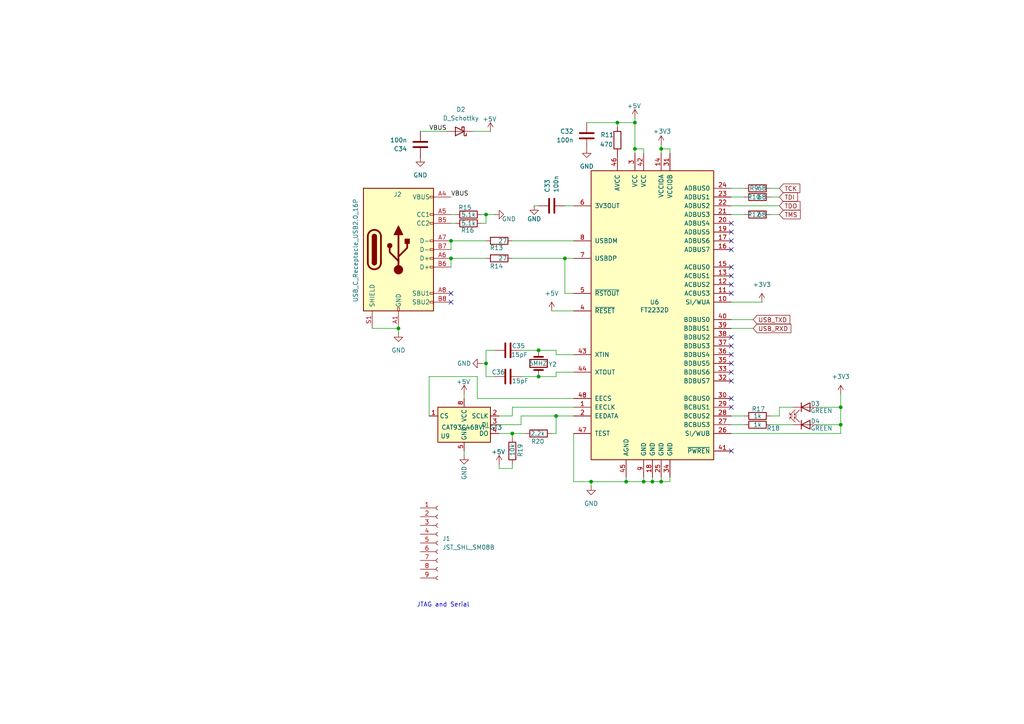
<source format=kicad_sch>
(kicad_sch (version 20250114) (generator "eeschema") (generator_version "9.0")
  (paper "A4")
  (lib_symbols
    (symbol "Connector:Conn_01x09_Socket" (pin_names (offset 1.016) (hide yes))
      (property "Reference" "J" (at 0 12.7 0))
      (property "Value" "Conn_01x09_Socket" (at 0 -12.7 0))
      (symbol "Conn_01x09_Socket_1_1"
        (polyline (pts (xy -1.27 10.16) (xy -0.508 10.16)) (stroke (width 0.1524)))
        (polyline (pts (xy -1.27 7.62) (xy -0.508 7.62)) (stroke (width 0.1524)))
        (polyline (pts (xy -1.27 5.08) (xy -0.508 5.08)) (stroke (width 0.1524)))
        (polyline (pts (xy -1.27 2.54) (xy -0.508 2.54)) (stroke (width 0.1524)))
        (polyline (pts (xy -1.27 0) (xy -0.508 0)) (stroke (width 0.1524)))
        (polyline (pts (xy -1.27 -2.54) (xy -0.508 -2.54)) (stroke (width 0.1524)))
        (polyline (pts (xy -1.27 -5.08) (xy -0.508 -5.08)) (stroke (width 0.1524)))
        (polyline (pts (xy -1.27 -7.62) (xy -0.508 -7.62)) (stroke (width 0.1524)))
        (polyline (pts (xy -1.27 -10.16) (xy -0.508 -10.16)) (stroke (width 0.1524)))
        (arc (start 0 9.652) (mid -0.5058 10.16) (end 0 10.668) (stroke (width 0.1524)))
        (arc (start 0 7.112) (mid -0.5058 7.62) (end 0 8.128) (stroke (width 0.1524)))
        (arc (start 0 4.572) (mid -0.5058 5.08) (end 0 5.588) (stroke (width 0.1524)))
        (arc (start 0 2.032) (mid -0.5058 2.54) (end 0 3.048) (stroke (width 0.1524)))
        (arc (start 0 -0.508) (mid -0.5058 0) (end 0 0.508) (stroke (width 0.1524)))
        (arc (start 0 -3.048) (mid -0.5058 -2.54) (end 0 -2.032) (stroke (width 0.1524)))
        (arc (start 0 -5.588) (mid -0.5058 -5.08) (end 0 -4.572) (stroke (width 0.1524)))
        (arc (start 0 -8.128) (mid -0.5058 -7.62) (end 0 -7.112) (stroke (width 0.1524)))
        (arc (start 0 -10.668) (mid -0.5058 -10.16) (end 0 -9.652) (stroke (width 0.1524)))
        (pin passive line (at -5.08 10.16 0) (length 3.81) (name "Pin_1") (number "1"))
        (pin passive line (at -5.08 7.62 0) (length 3.81) (name "Pin_2") (number "2"))
        (pin passive line (at -5.08 5.08 0) (length 3.81) (name "Pin_3") (number "3"))
        (pin passive line (at -5.08 2.54 0) (length 3.81) (name "Pin_4") (number "4"))
        (pin passive line (at -5.08 0 0) (length 3.81) (name "Pin_5") (number "5"))
        (pin passive line (at -5.08 -2.54 0) (length 3.81) (name "Pin_6") (number "6"))
        (pin passive line (at -5.08 -5.08 0) (length 3.81) (name "Pin_7") (number "7"))
        (pin passive line (at -5.08 -7.62 0) (length 3.81) (name "Pin_8") (number "8"))
        (pin passive line (at -5.08 -10.16 0) (length 3.81) (name "Pin_9") (number "9"))
      )
    )
    (symbol "Connector:USB_C_Receptacle_USB2.0_16P" (pin_names (offset 1.016))
      (property "Reference" "J" (at 0 22.225 0))
      (property "Value" "USB_C_Receptacle_USB2.0_16P" (at 0 19.685 0))
      (symbol "USB_C_Receptacle_USB2.0_16P_0_0"
        (rectangle (start -0.254 -17.78) (end 0.254 -16.764))
        (rectangle (start 10.16 15.494) (end 9.144 14.986))
        (rectangle (start 10.16 10.414) (end 9.144 9.906))
        (rectangle (start 10.16 7.874) (end 9.144 7.366))
        (rectangle (start 10.16 2.794) (end 9.144 2.286))
        (rectangle (start 10.16 0.254) (end 9.144 -0.254))
        (rectangle (start 10.16 -2.286) (end 9.144 -2.794))
        (rectangle (start 10.16 -4.826) (end 9.144 -5.334))
        (rectangle (start 10.16 -12.446) (end 9.144 -12.954))
        (rectangle (start 10.16 -14.986) (end 9.144 -15.494))
      )
      (symbol "USB_C_Receptacle_USB2.0_16P_0_1"
        (rectangle (start -10.16 17.78) (end 10.16 -17.78) (stroke (width 0.254)) (fill (type background)))
        (polyline (pts (xy -8.89 -3.81) (xy -8.89 3.81)) (stroke (width 0.508)))
        (rectangle (start -7.62 -3.81) (end -6.35 3.81) (stroke (width 0.254)) (fill (type outline)))
        (arc (start -7.62 3.81) (mid -6.985 4.4423) (end -6.35 3.81) (stroke (width 0.254)))
        (arc (start -7.62 3.81) (mid -6.985 4.4423) (end -6.35 3.81) (stroke (width 0.254)) (fill (type outline)))
        (arc (start -8.89 3.81) (mid -6.985 5.7067) (end -5.08 3.81) (stroke (width 0.508)))
        (arc (start -5.08 -3.81) (mid -6.985 -5.7067) (end -8.89 -3.81) (stroke (width 0.508)))
        (arc (start -6.35 -3.81) (mid -6.985 -4.4423) (end -7.62 -3.81) (stroke (width 0.254)))
        (arc (start -6.35 -3.81) (mid -6.985 -4.4423) (end -7.62 -3.81) (stroke (width 0.254)) (fill (type outline)))
        (polyline (pts (xy -5.08 3.81) (xy -5.08 -3.81)) (stroke (width 0.508)))
        (circle (center -2.54 1.143) (radius 0.635) (stroke (width 0.254)) (fill (type outline)))
        (polyline (pts (xy -1.27 4.318) (xy 0 6.858) (xy 1.27 4.318) (xy -1.27 4.318)) (stroke (width 0.254)) (fill (type outline)))
        (polyline (pts (xy 0 -2.032) (xy 2.54 0.508) (xy 2.54 1.778)) (stroke (width 0.508)))
        (polyline (pts (xy 0 -3.302) (xy -2.54 -0.762) (xy -2.54 0.508)) (stroke (width 0.508)))
        (polyline (pts (xy 0 -5.842) (xy 0 4.318)) (stroke (width 0.508)))
        (circle (center 0 -5.842) (radius 1.27) (fill (type outline)))
        (rectangle (start 1.905 1.778) (end 3.175 3.048) (stroke (width 0.254)) (fill (type outline)))
      )
      (symbol "USB_C_Receptacle_USB2.0_16P_1_1"
        (pin passive line (at -7.62 -22.86 90) (length 5.08) (name "SHIELD") (number "S1"))
        (pin passive line (at 0 -22.86 90) (length 5.08) (name "GND") (number "A1"))
        (pin passive line (at 0 -22.86 90) (length 5.08) (hide yes) (name "GND") (number "A12"))
        (pin passive line (at 0 -22.86 90) (length 5.08) (hide yes) (name "GND") (number "B1"))
        (pin passive line (at 0 -22.86 90) (length 5.08) (hide yes) (name "GND") (number "B12"))
        (pin passive line (at 15.24 15.24 180) (length 5.08) (name "VBUS") (number "A4"))
        (pin passive line (at 15.24 15.24 180) (length 5.08) (hide yes) (name "VBUS") (number "A9"))
        (pin passive line (at 15.24 15.24 180) (length 5.08) (hide yes) (name "VBUS") (number "B4"))
        (pin passive line (at 15.24 15.24 180) (length 5.08) (hide yes) (name "VBUS") (number "B9"))
        (pin bidirectional line (at 15.24 10.16 180) (length 5.08) (name "CC1") (number "A5"))
        (pin bidirectional line (at 15.24 7.62 180) (length 5.08) (name "CC2") (number "B5"))
        (pin bidirectional line (at 15.24 2.54 180) (length 5.08) (name "D-") (number "A7"))
        (pin bidirectional line (at 15.24 0 180) (length 5.08) (name "D-") (number "B7"))
        (pin bidirectional line (at 15.24 -2.54 180) (length 5.08) (name "D+") (number "A6"))
        (pin bidirectional line (at 15.24 -5.08 180) (length 5.08) (name "D+") (number "B6"))
        (pin bidirectional line (at 15.24 -12.7 180) (length 5.08) (name "SBU1") (number "A8"))
        (pin bidirectional line (at 15.24 -15.24 180) (length 5.08) (name "SBU2") (number "B8"))
      )
    )
    (symbol "Device:C" (pin_numbers (hide yes)) (pin_names (offset 0.254))
      (property "Reference" "C" (at 0.635 2.54 0))
      (property "Value" "C" (at 0.635 -2.54 0))
      (symbol "C_0_1"
        (polyline (pts (xy -2.032 0.762) (xy 2.032 0.762)) (stroke (width 0.508)))
        (polyline (pts (xy -2.032 -0.762) (xy 2.032 -0.762)) (stroke (width 0.508)))
      )
      (symbol "C_1_1"
        (pin passive line (at 0 3.81 270) (length 2.794) (name "~") (number "1"))
        (pin passive line (at 0 -3.81 90) (length 2.794) (name "~") (number "2"))
      )
    )
    (symbol "Device:Crystal" (pin_numbers (hide yes)) (pin_names (offset 1.016) (hide yes))
      (property "Reference" "Y" (at 0 3.81 0))
      (property "Value" "Crystal" (at 0 -3.81 0))
      (symbol "Crystal_0_1"
        (polyline (pts (xy -2.54 0) (xy -1.905 0)))
        (polyline (pts (xy -1.905 -1.27) (xy -1.905 1.27)) (stroke (width 0.508)))
        (rectangle (start -1.143 2.54) (end 1.143 -2.54) (stroke (width 0.3048)))
        (polyline (pts (xy 1.905 -1.27) (xy 1.905 1.27)) (stroke (width 0.508)))
        (polyline (pts (xy 2.54 0) (xy 1.905 0)))
      )
      (symbol "Crystal_1_1"
        (pin passive line (at -3.81 0 0) (length 1.27) (name "1") (number "1"))
        (pin passive line (at 3.81 0 180) (length 1.27) (name "2") (number "2"))
      )
    )
    (symbol "Device:D_Schottky" (pin_numbers (hide yes)) (pin_names (offset 1.016) (hide yes))
      (property "Reference" "D" (at 0 2.54 0))
      (property "Value" "D_Schottky" (at 0 -2.54 0))
      (symbol "D_Schottky_0_1"
        (polyline (pts (xy -1.905 0.635) (xy -1.905 1.27) (xy -1.27 1.27) (xy -1.27 -1.27) (xy -0.635 -1.27) (xy -0.635 -0.635)) (stroke (width 0.254)))
        (polyline (pts (xy 1.27 1.27) (xy 1.27 -1.27) (xy -1.27 0) (xy 1.27 1.27)) (stroke (width 0.254)))
        (polyline (pts (xy 1.27 0) (xy -1.27 0)))
      )
      (symbol "D_Schottky_1_1"
        (pin passive line (at -3.81 0 0) (length 2.54) (name "K") (number "1"))
        (pin passive line (at 3.81 0 180) (length 2.54) (name "A") (number "2"))
      )
    )
    (symbol "Device:LED" (pin_numbers (hide yes)) (pin_names (offset 1.016) (hide yes))
      (property "Reference" "D" (at 0 2.54 0))
      (property "Value" "LED" (at 0 -2.54 0))
      (symbol "LED_0_1"
        (polyline (pts (xy -3.048 -0.762) (xy -4.572 -2.286) (xy -3.81 -2.286) (xy -4.572 -2.286) (xy -4.572 -1.524)))
        (polyline (pts (xy -1.778 -0.762) (xy -3.302 -2.286) (xy -2.54 -2.286) (xy -3.302 -2.286) (xy -3.302 -1.524)))
        (polyline (pts (xy -1.27 0) (xy 1.27 0)))
        (polyline (pts (xy -1.27 -1.27) (xy -1.27 1.27)) (stroke (width 0.254)))
        (polyline (pts (xy 1.27 -1.27) (xy 1.27 1.27) (xy -1.27 0) (xy 1.27 -1.27)) (stroke (width 0.254)))
      )
      (symbol "LED_1_1"
        (pin passive line (at -3.81 0 0) (length 2.54) (name "K") (number "1"))
        (pin passive line (at 3.81 0 180) (length 2.54) (name "A") (number "2"))
      )
    )
    (symbol "Device:R" (pin_numbers (hide yes)) (pin_names (offset 0))
      (property "Reference" "R" (at 2.032 0 90))
      (property "Value" "R" (at 0 0 90))
      (symbol "R_0_1"
        (rectangle (start -1.016 -2.54) (end 1.016 2.54) (stroke (width 0.254)))
      )
      (symbol "R_1_1"
        (pin passive line (at 0 3.81 270) (length 1.27) (name "~") (number "1"))
        (pin passive line (at 0 -3.81 90) (length 1.27) (name "~") (number "2"))
      )
    )
    (symbol "Interface_USB:FT2232D" (pin_names (offset 1.016))
      (property "Reference" "U" (at -16.51 44.45 0))
      (property "Value" "FT2232D" (at 13.97 44.45 0))
      (symbol "FT2232D_0_1"
        (rectangle (start -17.78 -40.64) (end 17.78 43.18) (stroke (width 0.254)) (fill (type background)))
      )
      (symbol "FT2232D_1_1"
        (pin power_out line (at -22.86 33.02 0) (length 5.08) (name "3V3OUT") (number "6"))
        (pin bidirectional line (at -22.86 22.86 0) (length 5.08) (name "USBDM") (number "8"))
        (pin bidirectional line (at -22.86 17.78 0) (length 5.08) (name "USBDP") (number "7"))
        (pin output line (at -22.86 7.62 0) (length 5.08) (name "~{RSTOUT}") (number "5"))
        (pin input line (at -22.86 2.54 0) (length 5.08) (name "~{RESET}") (number "4"))
        (pin input line (at -22.86 -10.16 0) (length 5.08) (name "XTIN") (number "43"))
        (pin output line (at -22.86 -15.24 0) (length 5.08) (name "XTOUT") (number "44"))
        (pin bidirectional line (at -22.86 -22.86 0) (length 5.08) (name "EECS") (number "48"))
        (pin output line (at -22.86 -25.4 0) (length 5.08) (name "EECLK") (number "1"))
        (pin bidirectional line (at -22.86 -27.94 0) (length 5.08) (name "EEDATA") (number "2"))
        (pin input line (at -22.86 -33.02 0) (length 5.08) (name "TEST") (number "47"))
        (pin power_in line (at -10.16 48.26 270) (length 5.08) (name "AVCC") (number "46"))
        (pin power_in line (at -7.62 -45.72 90) (length 5.08) (name "AGND") (number "45"))
        (pin power_in line (at -5.08 48.26 270) (length 5.08) (name "VCC") (number "3"))
        (pin power_in line (at -2.54 48.26 270) (length 5.08) (name "VCC") (number "42"))
        (pin power_in line (at -2.54 -45.72 90) (length 5.08) (name "GND") (number "9"))
        (pin power_in line (at 0 -45.72 90) (length 5.08) (name "GND") (number "18"))
        (pin power_in line (at 2.54 48.26 270) (length 5.08) (name "VCCIOA") (number "14"))
        (pin power_in line (at 2.54 -45.72 90) (length 5.08) (name "GND") (number "25"))
        (pin power_in line (at 5.08 48.26 270) (length 5.08) (name "VCCIOB") (number "31"))
        (pin power_in line (at 5.08 -45.72 90) (length 5.08) (name "GND") (number "34"))
        (pin bidirectional line (at 22.86 38.1 180) (length 5.08) (name "ADBUS0") (number "24"))
        (pin bidirectional line (at 22.86 35.56 180) (length 5.08) (name "ADBUS1") (number "23"))
        (pin bidirectional line (at 22.86 33.02 180) (length 5.08) (name "ADBUS2") (number "22"))
        (pin bidirectional line (at 22.86 30.48 180) (length 5.08) (name "ADBUS3") (number "21"))
        (pin bidirectional line (at 22.86 27.94 180) (length 5.08) (name "ADBUS4") (number "20"))
        (pin bidirectional line (at 22.86 25.4 180) (length 5.08) (name "ADBUS5") (number "19"))
        (pin bidirectional line (at 22.86 22.86 180) (length 5.08) (name "ADBUS6") (number "17"))
        (pin bidirectional line (at 22.86 20.32 180) (length 5.08) (name "ADBUS7") (number "16"))
        (pin bidirectional line (at 22.86 15.24 180) (length 5.08) (name "ACBUS0") (number "15"))
        (pin bidirectional line (at 22.86 12.7 180) (length 5.08) (name "ACBUS1") (number "13"))
        (pin bidirectional line (at 22.86 10.16 180) (length 5.08) (name "ACBUS2") (number "12"))
        (pin bidirectional line (at 22.86 7.62 180) (length 5.08) (name "ACBUS3") (number "11"))
        (pin bidirectional line (at 22.86 5.08 180) (length 5.08) (name "SI/WUA") (number "10"))
        (pin output line (at 22.86 0 180) (length 5.08) (name "BDBUS0") (number "40"))
        (pin output line (at 22.86 -2.54 180) (length 5.08) (name "BDBUS1") (number "39"))
        (pin output line (at 22.86 -5.08 180) (length 5.08) (name "BDBUS2") (number "38"))
        (pin output line (at 22.86 -7.62 180) (length 5.08) (name "BDBUS3") (number "37"))
        (pin output line (at 22.86 -10.16 180) (length 5.08) (name "BDBUS4") (number "36"))
        (pin output line (at 22.86 -12.7 180) (length 5.08) (name "BDBUS5") (number "35"))
        (pin output line (at 22.86 -15.24 180) (length 5.08) (name "BDBUS6") (number "33"))
        (pin output line (at 22.86 -17.78 180) (length 5.08) (name "BDBUS7") (number "32"))
        (pin output line (at 22.86 -22.86 180) (length 5.08) (name "BCBUS0") (number "30"))
        (pin output line (at 22.86 -25.4 180) (length 5.08) (name "BCBUS1") (number "29"))
        (pin output line (at 22.86 -27.94 180) (length 5.08) (name "BCBUS2") (number "28"))
        (pin output line (at 22.86 -30.48 180) (length 5.08) (name "BCBUS3") (number "27"))
        (pin output line (at 22.86 -33.02 180) (length 5.08) (name "SI/WUB") (number "26"))
        (pin output line (at 22.86 -38.1 180) (length 5.08) (name "~{PWREN}") (number "41"))
      )
    )
    (symbol "Memory_EEPROM:93CxxB"
      (property "Reference" "U" (at -7.62 6.35 0))
      (property "Value" "93CxxB" (at 2.54 -6.35 0))
      (symbol "93CxxB_1_1"
        (rectangle (start -7.62 5.08) (end 7.62 -5.08) (stroke (width 0.254)) (fill (type background)))
        (pin input line (at -10.16 2.54 0) (length 2.54) (name "CS") (number "1"))
        (pin no_connect line (at -7.62 0 0) (length 2.54) (hide yes) (name "NC") (number "6"))
        (pin no_connect line (at -7.62 -2.54 0) (length 2.54) (hide yes) (name "NC") (number "7"))
        (pin power_in line (at 0 7.62 270) (length 2.54) (name "VCC") (number "8"))
        (pin power_in line (at 0 -7.62 90) (length 2.54) (name "GND") (number "5"))
        (pin input line (at 10.16 2.54 180) (length 2.54) (name "SCLK") (number "2"))
        (pin input line (at 10.16 0 180) (length 2.54) (name "DI") (number "3"))
        (pin tri_state line (at 10.16 -2.54 180) (length 2.54) (name "DO") (number "4"))
      )
    )
    (symbol "power:+3V3" (power) (pin_numbers (hide yes)) (pin_names (offset 0) (hide yes))
      (property "Value" "+3V3" (at 0 3.556 0))
      (symbol "+3V3_0_1"
        (polyline (pts (xy -0.762 1.27) (xy 0 2.54)))
        (polyline (pts (xy 0 2.54) (xy 0.762 1.27)))
        (polyline (pts (xy 0 0) (xy 0 2.54)))
      )
      (symbol "+3V3_1_1"
        (pin power_in line (at 0 0 90) (length 0) (name "~") (number "1"))
      )
    )
    (symbol "power:+5V" (power) (pin_numbers (hide yes)) (pin_names (offset 0) (hide yes))
      (property "Value" "+5V" (at 0 3.556 0))
      (symbol "+5V_0_1"
        (polyline (pts (xy -0.762 1.27) (xy 0 2.54)))
        (polyline (pts (xy 0 2.54) (xy 0.762 1.27)))
        (polyline (pts (xy 0 0) (xy 0 2.54)))
      )
      (symbol "+5V_1_1"
        (pin power_in line (at 0 0 90) (length 0) (name "~") (number "1"))
      )
    )
    (symbol "power:GND" (power) (pin_numbers (hide yes)) (pin_names (offset 0) (hide yes))
      (property "Value" "GND" (at 0 -3.81 0))
      (symbol "GND_0_1"
        (polyline (pts (xy 0 0) (xy 0 -1.27) (xy 1.27 -1.27) (xy 0 -2.54) (xy -1.27 -1.27) (xy 0 -1.27)))
      )
      (symbol "GND_1_1"
        (pin power_in line (at 0 0 270) (length 0) (name "~") (number "1"))
      )
    )
  )
  (text "JTAG and Serial" (at 128.524 175.514 0) (effects (font (size 1.27 1.27))))
  (junction (at 184.15 43.18))
  (junction (at 189.23 139.7))
  (junction (at 184.15 35.56))
  (junction (at 243.84 118.11))
  (junction (at 140.97 105.41))
  (junction (at 191.77 139.7))
  (junction (at 115.57 95.25))
  (junction (at 161.29 120.65))
  (junction (at 179.07 35.56))
  (junction (at 156.21 109.22))
  (junction (at 140.97 62.23))
  (junction (at 171.45 139.7))
  (junction (at 163.83 74.93))
  (junction (at 130.81 74.93))
  (junction (at 191.77 43.18))
  (junction (at 156.21 101.6))
  (junction (at 148.59 125.73))
  (junction (at 181.61 139.7))
  (junction (at 186.69 139.7))
  (junction (at 130.81 69.85))
  (junction (at 243.84 123.19))
  (no_connect (at 130.81 85.09))
  (no_connect (at 212.09 102.87))
  (no_connect (at 212.09 118.11))
  (no_connect (at 212.09 82.55))
  (no_connect (at 130.81 87.63))
  (no_connect (at 212.09 105.41))
  (no_connect (at 212.09 72.39))
  (no_connect (at 212.09 107.95))
  (no_connect (at 212.09 77.47))
  (no_connect (at 212.09 67.31))
  (no_connect (at 212.09 64.77))
  (no_connect (at 212.09 115.57))
  (no_connect (at 212.09 69.85))
  (no_connect (at 212.09 110.49))
  (no_connect (at 212.09 130.81))
  (no_connect (at 212.09 85.09))
  (no_connect (at 212.09 80.01))
  (no_connect (at 212.09 97.79))
  (no_connect (at 212.09 100.33))
  (wire (pts (xy 143.51 101.6) (xy 140.97 101.6)))
  (wire (pts (xy 166.37 125.73) (xy 166.37 139.7)))
  (wire (pts (xy 212.09 95.25) (xy 218.44 95.25)))
  (wire (pts (xy 151.13 123.19) (xy 144.78 123.19)))
  (wire (pts (xy 140.97 109.22) (xy 143.51 109.22)))
  (wire (pts (xy 212.09 62.23) (xy 215.9 62.23)))
  (wire (pts (xy 148.59 135.89) (xy 148.59 134.62)))
  (wire (pts (xy 139.7 64.77) (xy 140.97 64.77)))
  (wire (pts (xy 212.09 57.15) (xy 215.9 57.15)))
  (wire (pts (xy 160.02 125.73) (xy 161.29 125.73)))
  (wire (pts (xy 243.84 125.73) (xy 212.09 125.73)))
  (wire (pts (xy 151.13 109.22) (xy 156.21 109.22)))
  (wire (pts (xy 161.29 120.65) (xy 161.29 125.73)))
  (wire (pts (xy 124.46 109.22) (xy 124.46 120.65)))
  (wire (pts (xy 138.43 115.57) (xy 138.43 109.22)))
  (wire (pts (xy 212.09 54.61) (xy 215.9 54.61)))
  (wire (pts (xy 212.09 92.71) (xy 218.44 92.71)))
  (wire (pts (xy 186.69 44.45) (xy 186.69 43.18)))
  (wire (pts (xy 223.52 57.15) (xy 226.06 57.15)))
  (wire (pts (xy 156.21 101.6) (xy 161.29 101.6)))
  (wire (pts (xy 139.7 62.23) (xy 140.97 62.23)))
  (wire (pts (xy 191.77 138.43) (xy 191.77 139.7)))
  (wire (pts (xy 166.37 85.09) (xy 163.83 85.09)))
  (wire (pts (xy 139.7 105.41) (xy 140.97 105.41)))
  (wire (pts (xy 194.31 44.45) (xy 194.31 43.18)))
  (wire (pts (xy 186.69 43.18) (xy 184.15 43.18)))
  (wire (pts (xy 191.77 139.7) (xy 189.23 139.7)))
  (wire (pts (xy 161.29 120.65) (xy 151.13 120.65)))
  (wire (pts (xy 148.59 69.85) (xy 166.37 69.85)))
  (wire (pts (xy 115.57 95.25) (xy 115.57 96.52)))
  (wire (pts (xy 163.83 85.09) (xy 163.83 74.93)))
  (wire (pts (xy 166.37 139.7) (xy 171.45 139.7)))
  (wire (pts (xy 212.09 59.69) (xy 226.06 59.69)))
  (wire (pts (xy 237.49 123.19) (xy 243.84 123.19)))
  (wire (pts (xy 223.52 120.65) (xy 226.06 120.65)))
  (wire (pts (xy 161.29 101.6) (xy 161.29 102.87)))
  (wire (pts (xy 148.59 125.73) (xy 148.59 127)))
  (wire (pts (xy 154.94 59.69) (xy 156.21 59.69)))
  (wire (pts (xy 148.59 125.73) (xy 152.4 125.73)))
  (wire (pts (xy 140.97 105.41) (xy 140.97 109.22)))
  (wire (pts (xy 148.59 120.65) (xy 148.59 118.11)))
  (wire (pts (xy 151.13 120.65) (xy 151.13 123.19)))
  (wire (pts (xy 184.15 43.18) (xy 184.15 44.45)))
  (wire (pts (xy 166.37 120.65) (xy 161.29 120.65)))
  (wire (pts (xy 184.15 35.56) (xy 184.15 43.18)))
  (wire (pts (xy 179.07 35.56) (xy 184.15 35.56)))
  (wire (pts (xy 107.95 95.25) (xy 115.57 95.25)))
  (wire (pts (xy 130.81 74.93) (xy 130.81 77.47)))
  (wire (pts (xy 134.62 114.3) (xy 134.62 115.57)))
  (wire (pts (xy 161.29 109.22) (xy 156.21 109.22)))
  (wire (pts (xy 212.09 123.19) (xy 215.9 123.19)))
  (wire (pts (xy 226.06 118.11) (xy 229.87 118.11)))
  (wire (pts (xy 191.77 44.45) (xy 191.77 43.18)))
  (wire (pts (xy 243.84 123.19) (xy 243.84 125.73)))
  (wire (pts (xy 194.31 138.43) (xy 194.31 139.7)))
  (wire (pts (xy 160.02 90.17) (xy 166.37 90.17)))
  (wire (pts (xy 151.13 101.6) (xy 156.21 101.6)))
  (wire (pts (xy 166.37 115.57) (xy 138.43 115.57)))
  (wire (pts (xy 189.23 139.7) (xy 186.69 139.7)))
  (wire (pts (xy 179.07 36.83) (xy 179.07 35.56)))
  (wire (pts (xy 171.45 139.7) (xy 171.45 140.97)))
  (wire (pts (xy 134.62 130.81) (xy 134.62 132.08)))
  (wire (pts (xy 223.52 54.61) (xy 226.06 54.61)))
  (wire (pts (xy 223.52 62.23) (xy 226.06 62.23)))
  (wire (pts (xy 130.81 69.85) (xy 130.81 72.39)))
  (wire (pts (xy 163.83 59.69) (xy 166.37 59.69)))
  (wire (pts (xy 140.97 62.23) (xy 143.51 62.23)))
  (wire (pts (xy 186.69 139.7) (xy 181.61 139.7)))
  (wire (pts (xy 226.06 120.65) (xy 226.06 118.11)))
  (wire (pts (xy 223.52 123.19) (xy 229.87 123.19)))
  (wire (pts (xy 130.81 64.77) (xy 132.08 64.77)))
  (wire (pts (xy 166.37 107.95) (xy 161.29 107.95)))
  (wire (pts (xy 137.16 38.1) (xy 142.24 38.1)))
  (wire (pts (xy 130.81 62.23) (xy 132.08 62.23)))
  (wire (pts (xy 148.59 118.11) (xy 166.37 118.11)))
  (wire (pts (xy 144.78 135.89) (xy 148.59 135.89)))
  (wire (pts (xy 144.78 134.62) (xy 144.78 135.89)))
  (wire (pts (xy 243.84 118.11) (xy 243.84 123.19)))
  (wire (pts (xy 140.97 101.6) (xy 140.97 105.41)))
  (wire (pts (xy 144.78 125.73) (xy 148.59 125.73)))
  (wire (pts (xy 181.61 138.43) (xy 181.61 139.7)))
  (wire (pts (xy 184.15 34.29) (xy 184.15 35.56)))
  (wire (pts (xy 181.61 139.7) (xy 171.45 139.7)))
  (wire (pts (xy 191.77 43.18) (xy 191.77 41.91)))
  (wire (pts (xy 186.69 138.43) (xy 186.69 139.7)))
  (wire (pts (xy 144.78 120.65) (xy 148.59 120.65)))
  (wire (pts (xy 140.97 74.93) (xy 130.81 74.93)))
  (wire (pts (xy 161.29 102.87) (xy 166.37 102.87)))
  (wire (pts (xy 121.92 38.1) (xy 129.54 38.1)))
  (wire (pts (xy 163.83 74.93) (xy 148.59 74.93)))
  (wire (pts (xy 194.31 139.7) (xy 191.77 139.7)))
  (wire (pts (xy 161.29 107.95) (xy 161.29 109.22)))
  (wire (pts (xy 140.97 64.77) (xy 140.97 62.23)))
  (wire (pts (xy 212.09 87.63) (xy 220.98 87.63)))
  (wire (pts (xy 243.84 114.3) (xy 243.84 118.11)))
  (wire (pts (xy 237.49 118.11) (xy 243.84 118.11)))
  (wire (pts (xy 166.37 74.93) (xy 163.83 74.93)))
  (wire (pts (xy 189.23 138.43) (xy 189.23 139.7)))
  (wire (pts (xy 191.77 43.18) (xy 194.31 43.18)))
  (wire (pts (xy 130.81 69.85) (xy 140.97 69.85)))
  (wire (pts (xy 170.18 35.56) (xy 179.07 35.56)))
  (wire (pts (xy 138.43 109.22) (xy 124.46 109.22)))
  (wire (pts (xy 212.09 120.65) (xy 215.9 120.65)))
  (label "VBUS" (at 124.46 38.1 0))
  (label "VBUS" (at 130.81 57.15 0))
  (global_label "USB_RXD" (shape input) (at 218.44 95.25 0) (property "Intersheetrefs" "${INTERSHEET_REFS}" (effects (hide yes))))
  (global_label "TDI" (shape input) (at 226.06 57.15 0) (property "Intersheetrefs" "${INTERSHEET_REFS}" (effects (hide yes))))
  (global_label "TMS" (shape input) (at 226.06 62.23 0) (property "Intersheetrefs" "${INTERSHEET_REFS}" (effects (hide yes))))
  (global_label "TDO" (shape input) (at 226.06 59.69 0) (property "Intersheetrefs" "${INTERSHEET_REFS}" (effects (hide yes))))
  (global_label "USB_TXD" (shape input) (at 218.44 92.71 0) (property "Intersheetrefs" "${INTERSHEET_REFS}" (effects (hide yes))))
  (global_label "TCK" (shape input) (at 226.06 54.61 0) (property "Intersheetrefs" "${INTERSHEET_REFS}" (effects (hide yes))))
  (symbol (lib_id "Device:R") (at 144.78 69.85 90) (unit 1)
    (property "Reference" "R13" (at 144.018 71.882 90))
    (property "Value" "27" (at 145.796 69.85 90))
    (property "Description" "Resistor" (effects (hide yes)))
  )
  (symbol (lib_id "Device:LED") (at 233.68 123.19 0) (mirror x) (unit 1)
    (property "Reference" "D4" (at 236.474 122.174 0))
    (property "Value" "GREEN" (at 238.252 124.206 0))
    (property "Description" "Light emitting diode" (effects (hide yes)))
    (property "Sim.Pins" "1=K 2=A" (effects (hide yes)))
  )
  (symbol (lib_id "power:+5V") (at 144.78 134.62 0) (unit 1)
    (property "Reference" "#PWR068" (effects (hide yes)))
    (property "Value" "+5V" (at 144.526 131.064 0))
    (property "Description" "Power symbol creates a global label with name \"+5V\"" (effects (hide yes)))
  )
  (symbol (lib_id "Device:R") (at 179.07 40.64 0) (unit 1)
    (property "Reference" "R11" (at 178.054 39.116 0) (effects (justify right)))
    (property "Value" "470" (at 177.8 41.91 0) (effects (justify right)))
    (property "Description" "Resistor" (effects (hide yes)))
  )
  (symbol (lib_id "Device:R") (at 219.71 54.61 90) (unit 1)
    (property "Reference" "R9" (at 218.694 54.61 90))
    (property "Value" "68" (at 220.98 54.61 90))
    (property "Description" "Resistor" (effects (hide yes)))
  )
  (symbol (lib_id "Device:R") (at 219.71 123.19 90) (mirror x) (unit 1)
    (property "Reference" "R18" (at 224.282 124.206 90))
    (property "Value" "1k" (at 219.71 123.19 90))
    (property "Description" "Resistor" (effects (hide yes)))
  )
  (symbol (lib_id "power:+3V3") (at 191.77 41.91 0) (unit 1)
    (property "Reference" "#PWR054" (effects (hide yes)))
    (property "Value" "+3V3" (at 192.024 38.1 0))
    (property "Description" "Power symbol creates a global label with name \"+3V3\"" (effects (hide yes)))
  )
  (symbol (lib_id "Connector:USB_C_Receptacle_USB2.0_16P") (at 115.57 72.39 0) (unit 1)
    (property "Reference" "J2" (at 115.316 56.388 0))
    (property "Value" "USB_C_Receptacle_USB2.0_16P" (at 103.124 72.644 90))
    (property "Datasheet" "https://www.usb.org/sites/default/files/documents/usb_type-c.zip" (effects (hide yes)))
    (property "Description" "USB 2.0-only 16P Type-C Receptacle connector" (effects (hide yes)))
  )
  (symbol (lib_id "power:+3V3") (at 243.84 114.3 0) (unit 1)
    (property "Reference" "#PWR055" (effects (hide yes)))
    (property "Value" "+3V3" (at 243.84 109.22 0))
    (property "Description" "Power symbol creates a global label with name \"+3V3\"" (effects (hide yes)))
  )
  (symbol (lib_id "power:GND") (at 170.18 43.18 0) (unit 1)
    (property "Reference" "#PWR059" (effects (hide yes)))
    (property "Value" "GND" (at 170.18 48.26 0))
    (property "Description" "Power symbol creates a global label with name \"GND\" , ground" (effects (hide yes)))
  )
  (symbol (lib_id "Device:R") (at 219.71 57.15 90) (unit 1)
    (property "Reference" "R10" (at 218.694 57.15 90))
    (property "Value" "68" (at 220.98 57.15 90))
    (property "Description" "Resistor" (effects (hide yes)))
  )
  (symbol (lib_id "power:+5V") (at 160.02 90.17 0) (unit 1)
    (property "Reference" "#PWR058" (effects (hide yes)))
    (property "Value" "+5V" (at 160.02 85.09 0))
    (property "Description" "Power symbol creates a global label with name \"+5V\"" (effects (hide yes)))
  )
  (symbol (lib_id "power:GND") (at 139.7 105.41 270) (unit 1)
    (property "Reference" "#PWR065" (effects (hide yes)))
    (property "Value" "GND" (at 136.652 105.41 90) (effects (justify right)))
    (property "Description" "Power symbol creates a global label with name \"GND\" , ground" (effects (hide yes)))
  )
  (symbol (lib_id "power:GND") (at 121.92 45.72 0) (unit 1)
    (property "Reference" "#PWR062" (effects (hide yes)))
    (property "Value" "GND" (at 121.92 50.8 0))
    (property "Description" "Power symbol creates a global label with name \"GND\" , ground" (effects (hide yes)))
  )
  (symbol (lib_id "Memory_EEPROM:93CxxB") (at 134.62 123.19 0) (unit 1)
    (property "Reference" "U9" (at 127.762 126.492 0) (effects (justify left)))
    (property "Value" "CAT93C46BVI-GT3" (at 128.016 123.952 0) (effects (justify left)))
    (property "Footprint" "Package_SO:SOIC-8_3.9x4.9mm_P1.27mm" (effects (hide yes)))
    (property "Datasheet" "https://jlcpcb.com/api/file/downloadByFileSystemAccessId/8588906926046924800" (effects (hide yes)))
    (property "Description" "Serial EEPROM, 93 Series, 5.0V, DIP-8/SOIC-8" (effects (hide yes)))
    (property "LCSC" "C605348" (effects (hide yes)))
  )
  (symbol (lib_id "power:GND") (at 143.51 62.23 90) (unit 1)
    (property "Reference" "#PWR064" (effects (hide yes)))
    (property "Value" "GND" (at 145.542 63.5 90) (effects (justify right)))
    (property "Description" "Power symbol creates a global label with name \"GND\" , ground" (effects (hide yes)))
  )
  (symbol (lib_id "Device:R") (at 135.89 62.23 90) (unit 1)
    (property "Reference" "R15" (at 134.874 60.198 90))
    (property "Value" "5.1k" (at 135.89 62.23 90))
    (property "Description" "Resistor" (effects (hide yes)))
  )
  (symbol (lib_id "Device:C") (at 147.32 109.22 90) (unit 1)
    (property "Reference" "C36" (at 144.526 107.95 90))
    (property "Value" "15pF" (at 150.876 110.49 90))
    (property "Description" "Unpolarized capacitor" (effects (hide yes)))
  )
  (symbol (lib_id "Device:R") (at 219.71 62.23 90) (mirror x) (unit 1)
    (property "Reference" "R12" (at 218.694 62.23 90))
    (property "Value" "68" (at 220.98 62.23 90))
    (property "Description" "Resistor" (effects (hide yes)))
  )
  (symbol (lib_id "power:GND") (at 154.94 59.69 0) (unit 1)
    (property "Reference" "#PWR060" (effects (hide yes)))
    (property "Value" "GND" (at 154.94 63.5 0))
    (property "Description" "Power symbol creates a global label with name \"GND\" , ground" (effects (hide yes)))
  )
  (symbol (lib_id "Device:LED") (at 233.68 118.11 0) (unit 1)
    (property "Reference" "D3" (at 236.474 117.094 0))
    (property "Value" "GREEN" (at 238.252 119.126 0))
    (property "Description" "Light emitting diode" (effects (hide yes)))
    (property "Sim.Pins" "1=K 2=A" (effects (hide yes)))
  )
  (symbol (lib_id "power:GND") (at 115.57 96.52 0) (unit 1)
    (property "Reference" "#PWR061" (effects (hide yes)))
    (property "Value" "GND" (at 115.57 101.6 0))
    (property "Description" "Power symbol creates a global label with name \"GND\" , ground" (effects (hide yes)))
  )
  (symbol (lib_id "Device:D_Schottky") (at 133.35 38.1 180) (unit 1)
    (property "Reference" "D2" (at 133.6675 31.75 0))
    (property "Value" "D_Schottky" (at 133.6675 34.29 0))
    (property "Footprint" "Diode_SMD:D_SMA" (effects (hide yes)))
    (property "Description" "Schottky diode" (effects (hide yes)))
    (property "LCSC" "C8678" (effects (hide yes)))
  )
  (symbol (lib_id "Device:R") (at 148.59 130.81 0) (unit 1)
    (property "Reference" "R19" (at 150.876 132.588 90) (effects (justify left)))
    (property "Value" "10k" (at 148.59 132.334 90) (effects (justify left)))
    (property "Description" "Resistor" (effects (hide yes)))
  )
  (symbol (lib_id "power:GND") (at 134.62 132.08 0) (unit 1)
    (property "Reference" "#PWR066" (effects (hide yes)))
    (property "Value" "GND" (at 134.62 135.128 90) (effects (justify right)))
    (property "Description" "Power symbol creates a global label with name \"GND\" , ground" (effects (hide yes)))
  )
  (symbol (lib_id "Device:C") (at 121.92 41.91 0) (mirror x) (unit 1)
    (property "Reference" "C34" (at 118.11 43.1801 0) (effects (justify right)))
    (property "Value" "100n" (at 118.11 40.6401 0) (effects (justify right)))
    (property "Description" "Unpolarized capacitor" (effects (hide yes)))
  )
  (symbol (lib_id "Device:C") (at 170.18 39.37 0) (unit 1)
    (property "Reference" "C32" (at 166.37 38.0999 0) (effects (justify right)))
    (property "Value" "100n" (at 166.37 40.6399 0) (effects (justify right)))
    (property "Description" "Unpolarized capacitor" (effects (hide yes)))
  )
  (symbol (lib_id "Device:Crystal") (at 156.21 105.41 90) (unit 1)
    (property "Reference" "Y2" (at 161.544 105.664 90) (effects (justify left)))
    (property "Value" "6MHZ" (at 158.75 105.41 90) (effects (justify left)))
    (property "Footprint" "Crystal:Crystal_SMD_3225-4Pin_3.2x2.5mm" (effects (hide yes)))
    (property "Datasheet" "https://jlcpcb.com/api/file/downloadByFileSystemAccessId/8589808230416080896" (effects (hide yes)))
    (property "Description" "SX3M6.000M20F30TNN" (effects (hide yes)))
    (property "LCSC" "C2901554" (effects (hide yes)))
  )
  (symbol (lib_id "Device:R") (at 156.21 125.73 270) (unit 1)
    (property "Reference" "R20" (at 155.956 128.016 90))
    (property "Value" "2.2k" (at 155.956 125.73 90))
    (property "Description" "Resistor" (effects (hide yes)))
  )
  (symbol (lib_id "Device:C") (at 160.02 59.69 90) (mirror x) (unit 1)
    (property "Reference" "C33" (at 158.7499 55.88 0) (effects (justify right)))
    (property "Value" "100n" (at 161.2899 55.88 0) (effects (justify right)))
    (property "Description" "Unpolarized capacitor" (effects (hide yes)))
  )
  (symbol (lib_id "Interface_USB:FT2232D") (at 189.23 92.71 0) (unit 1)
    (property "Reference" "U6" (at 188.468 87.63 0) (effects (justify left)))
    (property "Value" "FT2232D" (at 185.674 89.916 0) (effects (justify left)))
    (property "Footprint" "Package_QFP:LQFP-48_7x7mm_P0.5mm" (effects (hide yes)))
    (property "Datasheet" "http://www.ftdichip.com/Support/Documents/DataSheets/ICs/DS_FT2232D.pdf" (effects (hide yes)))
    (property "Description" "Full Speed Double Channel USB UART/FIFO, LQFP-48" (effects (hide yes)))
  )
  (symbol (lib_id "Device:C") (at 147.32 101.6 90) (unit 1)
    (property "Reference" "C35" (at 150.368 100.33 90))
    (property "Value" "15pF" (at 150.622 102.87 90))
    (property "Description" "Unpolarized capacitor" (effects (hide yes)))
  )
  (symbol (lib_id "power:GND") (at 171.45 140.97 0) (unit 1)
    (property "Reference" "#PWR056" (effects (hide yes)))
    (property "Value" "GND" (at 171.45 146.05 0))
    (property "Description" "Power symbol creates a global label with name \"GND\" , ground" (effects (hide yes)))
  )
  (symbol (lib_id "Connector:Conn_01x09_Socket") (at 127 157.48 0) (unit 1)
    (property "Reference" "J1" (at 128.27 156.2099 0) (effects (justify left)))
    (property "Value" "JST_SHL_SM08B" (at 128.27 158.7499 0) (effects (justify left)))
    (property "Footprint" "Connector_JST:JST_SHL_SM08B-SHLS-TF_1x08-1MP_P1.00mm_Horizontal" (effects (hide yes)))
    (property "Description" "Generic connector, single row, 01x09, script generated" (effects (hide yes)))
  )
  (symbol (lib_id "power:+3V3") (at 220.98 87.63 0) (unit 1)
    (property "Reference" "#PWR053" (effects (hide yes)))
    (property "Value" "+3V3" (at 220.98 82.55 0))
    (property "Description" "Power symbol creates a global label with name \"+3V3\"" (effects (hide yes)))
  )
  (symbol (lib_id "Device:R") (at 219.71 120.65 90) (unit 1)
    (property "Reference" "R17" (at 219.964 118.618 90))
    (property "Value" "1k" (at 219.71 120.65 90))
    (property "Description" "Resistor" (effects (hide yes)))
  )
  (symbol (lib_id "power:+5V") (at 134.62 114.3 0) (unit 1)
    (property "Reference" "#PWR067" (effects (hide yes)))
    (property "Value" "+5V" (at 134.366 110.744 0))
    (property "Description" "Power symbol creates a global label with name \"+5V\"" (effects (hide yes)))
  )
  (symbol (lib_id "Device:R") (at 144.78 74.93 90) (mirror x) (unit 1)
    (property "Reference" "R14" (at 144.018 77.216 90))
    (property "Value" "27" (at 145.796 74.93 90))
    (property "Description" "Resistor" (effects (hide yes)))
  )
  (symbol (lib_id "power:+5V") (at 142.24 38.1 0) (unit 1)
    (property "Reference" "#PWR063" (effects (hide yes)))
    (property "Value" "+5V" (at 141.986 34.544 0))
    (property "Description" "Power symbol creates a global label with name \"+5V\"" (effects (hide yes)))
  )
  (symbol (lib_id "Device:R") (at 135.89 64.77 90) (unit 1)
    (property "Reference" "R16" (at 135.636 66.802 90))
    (property "Value" "5.1k" (at 135.89 64.77 90))
    (property "Description" "Resistor" (effects (hide yes)))
  )
  (symbol (lib_id "power:+5V") (at 184.15 34.29 0) (unit 1)
    (property "Reference" "#PWR057" (effects (hide yes)))
    (property "Value" "+5V" (at 183.896 30.734 0))
    (property "Description" "Power symbol creates a global label with name \"+5V\"" (effects (hide yes)))
  )
)
</source>
